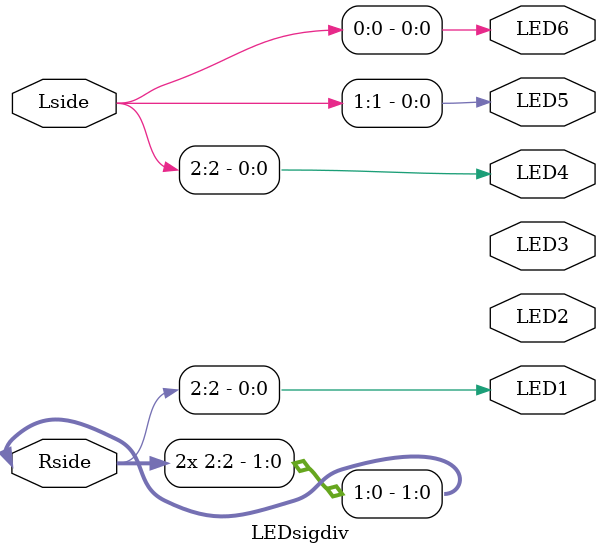
<source format=v>
`timescale 1ns / 1ps


module LEDsigdiv(
input wire [2:0] Rside,
input wire [2:0] Lside,
output wire LED1,
output wire LED2,
output wire LED3,
output wire LED4,
output wire LED5,
output wire LED6
    );
    
assign LED1 = Rside[0];
assign LED1 = Rside[1];
assign LED1 = Rside[2];
assign LED6 = Lside[0];
assign LED5 = Lside[1];
assign LED4 = Lside[2];
endmodule

</source>
